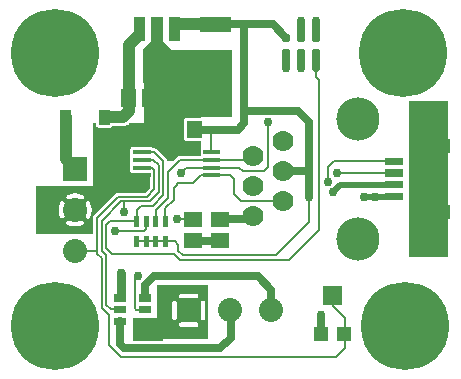
<source format=gbr>
G04 start of page 2 for group 0 idx 0 *
G04 Title: (unknown), top *
G04 Creator: pcb 20140316 *
G04 CreationDate: Fri 27 Apr 2018 02:04:58 AM GMT UTC *
G04 For: petersen *
G04 Format: Gerber/RS-274X *
G04 PCB-Dimensions (mil): 1500.00 1250.00 *
G04 PCB-Coordinate-Origin: lower left *
%MOIN*%
%FSLAX25Y25*%
%LNTOP*%
%ADD38C,0.0390*%
%ADD37C,0.0472*%
%ADD36C,0.1280*%
%ADD35C,0.1285*%
%ADD34C,0.0150*%
%ADD33C,0.0140*%
%ADD32R,0.0472X0.0472*%
%ADD31R,0.0236X0.0236*%
%ADD30R,0.0630X0.0630*%
%ADD29R,0.0470X0.0470*%
%ADD28R,0.0240X0.0240*%
%ADD27R,0.0130X0.0130*%
%ADD26R,0.0167X0.0167*%
%ADD25C,0.0310*%
%ADD24R,0.0945X0.0945*%
%ADD23R,0.0378X0.0378*%
%ADD22R,0.0360X0.0360*%
%ADD21R,0.0512X0.0512*%
%ADD20C,0.0800*%
%ADD19C,0.1440*%
%ADD18C,0.0700*%
%ADD17C,0.2937*%
%ADD16C,0.0200*%
%ADD15C,0.0300*%
%ADD14C,0.0250*%
%ADD13C,0.0080*%
%ADD12C,0.0400*%
%ADD11C,0.0001*%
G54D11*G36*
X28166Y63500D02*X34500D01*
Y58480D01*
X30049Y54029D01*
X30007Y53993D01*
X29864Y53825D01*
X29749Y53638D01*
X29664Y53434D01*
X29613Y53220D01*
X29596Y53000D01*
X29600Y52945D01*
Y47500D01*
X28166D01*
Y52810D01*
X28251Y52846D01*
X28352Y52908D01*
X28442Y52984D01*
X28518Y53074D01*
X28578Y53176D01*
X28795Y53645D01*
X28962Y54134D01*
X29082Y54637D01*
X29155Y55149D01*
X29179Y55665D01*
X29155Y56181D01*
X29082Y56693D01*
X28962Y57196D01*
X28795Y57685D01*
X28583Y58157D01*
X28522Y58258D01*
X28445Y58349D01*
X28355Y58426D01*
X28253Y58488D01*
X28166Y58525D01*
Y63500D01*
G37*
G36*
X23675D02*X28166D01*
Y58525D01*
X28144Y58534D01*
X28028Y58562D01*
X27910Y58571D01*
X27792Y58562D01*
X27676Y58535D01*
X27566Y58489D01*
X27465Y58427D01*
X27375Y58351D01*
X27297Y58260D01*
X27235Y58159D01*
X27189Y58050D01*
X27162Y57934D01*
X27152Y57816D01*
X27161Y57697D01*
X27189Y57582D01*
X27236Y57473D01*
X27394Y57133D01*
X27515Y56777D01*
X27603Y56412D01*
X27655Y56040D01*
X27673Y55665D01*
X27655Y55290D01*
X27603Y54918D01*
X27515Y54553D01*
X27394Y54197D01*
X27240Y53855D01*
X27193Y53747D01*
X27166Y53632D01*
X27156Y53514D01*
X27166Y53397D01*
X27194Y53282D01*
X27239Y53173D01*
X27301Y53072D01*
X27378Y52983D01*
X27468Y52906D01*
X27568Y52845D01*
X27677Y52800D01*
X27792Y52772D01*
X27910Y52763D01*
X28028Y52773D01*
X28142Y52800D01*
X28166Y52810D01*
Y47500D01*
X23675D01*
Y50159D01*
X24189Y50183D01*
X24701Y50256D01*
X25204Y50376D01*
X25693Y50543D01*
X26165Y50755D01*
X26266Y50816D01*
X26357Y50893D01*
X26434Y50983D01*
X26496Y51085D01*
X26542Y51194D01*
X26570Y51310D01*
X26579Y51428D01*
X26570Y51546D01*
X26543Y51662D01*
X26497Y51772D01*
X26435Y51873D01*
X26359Y51963D01*
X26268Y52041D01*
X26167Y52103D01*
X26058Y52149D01*
X25942Y52176D01*
X25824Y52186D01*
X25705Y52177D01*
X25590Y52149D01*
X25481Y52102D01*
X25141Y51944D01*
X24785Y51823D01*
X24420Y51735D01*
X24048Y51683D01*
X23675Y51665D01*
Y59665D01*
X24048Y59647D01*
X24420Y59595D01*
X24785Y59507D01*
X25141Y59386D01*
X25483Y59232D01*
X25591Y59185D01*
X25706Y59158D01*
X25824Y59148D01*
X25941Y59158D01*
X26056Y59186D01*
X26165Y59231D01*
X26266Y59293D01*
X26355Y59370D01*
X26432Y59460D01*
X26493Y59560D01*
X26538Y59669D01*
X26566Y59784D01*
X26575Y59902D01*
X26565Y60020D01*
X26538Y60134D01*
X26492Y60243D01*
X26430Y60344D01*
X26354Y60434D01*
X26264Y60510D01*
X26162Y60570D01*
X25693Y60787D01*
X25204Y60954D01*
X24701Y61074D01*
X24189Y61147D01*
X23675Y61171D01*
Y63500D01*
G37*
G36*
X19180D02*X23675D01*
Y61171D01*
X23673Y61171D01*
X23157Y61147D01*
X22645Y61074D01*
X22142Y60954D01*
X21653Y60787D01*
X21181Y60575D01*
X21080Y60514D01*
X20989Y60437D01*
X20912Y60347D01*
X20850Y60245D01*
X20804Y60136D01*
X20776Y60020D01*
X20767Y59902D01*
X20776Y59784D01*
X20803Y59668D01*
X20849Y59558D01*
X20911Y59457D01*
X20987Y59367D01*
X21078Y59289D01*
X21179Y59227D01*
X21288Y59181D01*
X21404Y59154D01*
X21522Y59144D01*
X21641Y59153D01*
X21756Y59181D01*
X21865Y59228D01*
X22205Y59386D01*
X22561Y59507D01*
X22926Y59595D01*
X23298Y59647D01*
X23673Y59665D01*
X23675Y59665D01*
Y51665D01*
X23673Y51665D01*
X23298Y51683D01*
X22926Y51735D01*
X22561Y51823D01*
X22205Y51944D01*
X21863Y52098D01*
X21755Y52145D01*
X21640Y52172D01*
X21522Y52182D01*
X21405Y52172D01*
X21290Y52144D01*
X21181Y52099D01*
X21080Y52037D01*
X20991Y51960D01*
X20914Y51870D01*
X20853Y51770D01*
X20808Y51661D01*
X20780Y51546D01*
X20771Y51428D01*
X20781Y51310D01*
X20808Y51196D01*
X20854Y51087D01*
X20916Y50986D01*
X20992Y50896D01*
X21082Y50820D01*
X21184Y50760D01*
X21653Y50543D01*
X22142Y50376D01*
X22645Y50256D01*
X23157Y50183D01*
X23673Y50159D01*
X23675Y50159D01*
Y47500D01*
X19180D01*
Y52805D01*
X19202Y52796D01*
X19318Y52768D01*
X19436Y52759D01*
X19554Y52768D01*
X19670Y52795D01*
X19780Y52841D01*
X19881Y52903D01*
X19971Y52979D01*
X20049Y53070D01*
X20111Y53171D01*
X20157Y53280D01*
X20184Y53396D01*
X20194Y53514D01*
X20185Y53633D01*
X20157Y53748D01*
X20110Y53857D01*
X19952Y54197D01*
X19831Y54553D01*
X19743Y54918D01*
X19691Y55290D01*
X19673Y55665D01*
X19691Y56040D01*
X19743Y56412D01*
X19831Y56777D01*
X19952Y57133D01*
X20106Y57475D01*
X20153Y57583D01*
X20180Y57698D01*
X20190Y57816D01*
X20180Y57933D01*
X20152Y58048D01*
X20107Y58157D01*
X20045Y58258D01*
X19968Y58347D01*
X19878Y58424D01*
X19778Y58485D01*
X19669Y58530D01*
X19554Y58558D01*
X19436Y58567D01*
X19318Y58557D01*
X19204Y58530D01*
X19180Y58520D01*
Y63500D01*
G37*
G36*
X10500D02*X19180D01*
Y58520D01*
X19095Y58484D01*
X18994Y58422D01*
X18904Y58346D01*
X18828Y58256D01*
X18768Y58154D01*
X18551Y57685D01*
X18384Y57196D01*
X18264Y56693D01*
X18191Y56181D01*
X18167Y55665D01*
X18191Y55149D01*
X18264Y54637D01*
X18384Y54134D01*
X18551Y53645D01*
X18763Y53173D01*
X18824Y53072D01*
X18901Y52981D01*
X18991Y52904D01*
X19093Y52842D01*
X19180Y52805D01*
Y47500D01*
X10500D01*
Y63500D01*
G37*
G36*
X43000Y19500D02*X53000D01*
Y12000D01*
X43000D01*
Y19500D01*
G37*
G36*
X48118Y106838D02*X48119Y104127D01*
X48156Y103974D01*
X48216Y103829D01*
X48298Y103694D01*
X48401Y103575D01*
X48520Y103472D01*
X48655Y103390D01*
X48800Y103330D01*
X48953Y103293D01*
X49110Y103284D01*
X53047Y103293D01*
X53200Y103330D01*
X53345Y103390D01*
X53480Y103472D01*
X53599Y103575D01*
X53702Y103694D01*
X53784Y103829D01*
X53844Y103974D01*
X53881Y104127D01*
X53890Y104284D01*
X53887Y109000D01*
X76000D01*
Y98000D01*
X46500D01*
Y107534D01*
X47105Y106934D01*
X47240Y106851D01*
X47385Y106791D01*
X47538Y106754D01*
X47695Y106742D01*
X47852Y106754D01*
X48005Y106791D01*
X48118Y106838D01*
G37*
G36*
X41833Y75488D02*X41844Y74016D01*
X41884Y73848D01*
X41950Y73688D01*
X42029Y73558D01*
X41950Y73429D01*
X41884Y73269D01*
X41844Y73101D01*
X41833Y72929D01*
X41844Y71457D01*
X41884Y71289D01*
X41950Y71129D01*
X42029Y71000D01*
X41950Y70871D01*
X41884Y70711D01*
X41844Y70543D01*
X41833Y70371D01*
X41844Y68899D01*
X41884Y68731D01*
X41950Y68571D01*
X42041Y68423D01*
X42153Y68291D01*
X42285Y68179D01*
X42433Y68088D01*
X42593Y68022D01*
X42761Y67982D01*
X42933Y67972D01*
X48600Y67981D01*
Y63080D01*
X46920Y61400D01*
X40500D01*
X40500Y61400D01*
X38055D01*
X38000Y61404D01*
X37780Y61387D01*
X37566Y61336D01*
X37362Y61251D01*
X37175Y61136D01*
X37174Y61136D01*
X37007Y60993D01*
X36971Y60951D01*
X30049Y54029D01*
X30007Y53993D01*
X29864Y53825D01*
X29749Y53638D01*
X29664Y53434D01*
X29613Y53220D01*
X29596Y53000D01*
X29600Y52945D01*
Y47500D01*
X29500D01*
Y84500D01*
X30608D01*
X30609Y83943D01*
X30646Y83790D01*
X30706Y83645D01*
X30788Y83510D01*
X30891Y83391D01*
X31010Y83288D01*
X31145Y83206D01*
X31290Y83146D01*
X31443Y83109D01*
X31600Y83100D01*
X35357Y83109D01*
X35510Y83146D01*
X35655Y83206D01*
X35790Y83288D01*
X35909Y83391D01*
X36003Y83500D01*
X39382D01*
X39500Y83491D01*
X39970Y83528D01*
X39971Y83528D01*
X40430Y83638D01*
X40866Y83819D01*
X41269Y84065D01*
X41628Y84372D01*
X41705Y84462D01*
X41743Y84500D01*
X51500D01*
Y75318D01*
X51029Y75789D01*
X50993Y75831D01*
X50825Y75974D01*
X50638Y76089D01*
X50434Y76174D01*
X50220Y76225D01*
X50000Y76242D01*
X49945Y76238D01*
X49644D01*
X49619Y76268D01*
X49487Y76380D01*
X49339Y76471D01*
X49179Y76537D01*
X49011Y76577D01*
X48838Y76588D01*
X42761Y76577D01*
X42593Y76537D01*
X42433Y76471D01*
X42285Y76380D01*
X42153Y76268D01*
X42041Y76136D01*
X41950Y75988D01*
X41884Y75828D01*
X41844Y75660D01*
X41833Y75488D01*
G37*
G36*
X56520Y72000D02*X54392D01*
X54387Y72058D01*
X54336Y72272D01*
X54251Y72476D01*
X54136Y72663D01*
X54136Y72664D01*
X53993Y72831D01*
X53951Y72867D01*
X51029Y75789D01*
X50993Y75831D01*
X50825Y75974D01*
X50638Y76089D01*
X50434Y76174D01*
X50220Y76225D01*
X50000Y76242D01*
X49945Y76238D01*
X49644D01*
X49619Y76268D01*
X49487Y76380D01*
X49339Y76471D01*
X49179Y76537D01*
X49011Y76577D01*
X48838Y76588D01*
X46500Y76584D01*
Y89500D01*
X65500D01*
Y86451D01*
X60827Y86443D01*
X60674Y86406D01*
X60529Y86346D01*
X60394Y86264D01*
X60275Y86161D01*
X60172Y86042D01*
X60090Y85907D01*
X60030Y85762D01*
X59993Y85609D01*
X59984Y85452D01*
X59993Y79391D01*
X60030Y79238D01*
X60090Y79093D01*
X60172Y78958D01*
X60275Y78839D01*
X60394Y78736D01*
X60529Y78654D01*
X60674Y78594D01*
X60827Y78557D01*
X60984Y78548D01*
X65500Y78556D01*
Y73679D01*
X58834D01*
X58779Y73683D01*
X58559Y73666D01*
X58345Y73615D01*
X58141Y73530D01*
X57954Y73415D01*
X57953Y73415D01*
X57786Y73272D01*
X57750Y73230D01*
X56520Y72000D01*
G37*
G36*
X46500Y97500D02*X76000D01*
Y86500D01*
X46500D01*
Y97500D01*
G37*
G36*
Y99500D02*X76000D01*
Y88500D01*
X46500D01*
Y99500D01*
G37*
G36*
X66305Y30500D02*X68000D01*
Y12500D01*
X66305D01*
Y18921D01*
X66423Y18930D01*
X66537Y18958D01*
X66647Y19003D01*
X66747Y19064D01*
X66837Y19141D01*
X66914Y19231D01*
X66975Y19331D01*
X67020Y19441D01*
X67048Y19555D01*
X67055Y19673D01*
Y24673D01*
X67048Y24791D01*
X67020Y24905D01*
X66975Y25015D01*
X66914Y25115D01*
X66837Y25205D01*
X66747Y25282D01*
X66647Y25343D01*
X66537Y25388D01*
X66423Y25416D01*
X66305Y25425D01*
Y30500D01*
G37*
G36*
X61555D02*X66305D01*
Y25425D01*
X66187Y25416D01*
X66073Y25388D01*
X65963Y25343D01*
X65863Y25282D01*
X65773Y25205D01*
X65696Y25115D01*
X65635Y25015D01*
X65590Y24905D01*
X65562Y24791D01*
X65555Y24673D01*
Y19673D01*
X65562Y19555D01*
X65590Y19441D01*
X65635Y19331D01*
X65696Y19231D01*
X65773Y19141D01*
X65863Y19064D01*
X65963Y19003D01*
X66073Y18958D01*
X66187Y18930D01*
X66305Y18921D01*
Y12500D01*
X61555D01*
Y16673D01*
X64055D01*
X64173Y16680D01*
X64287Y16708D01*
X64397Y16753D01*
X64497Y16814D01*
X64587Y16891D01*
X64664Y16981D01*
X64725Y17081D01*
X64770Y17191D01*
X64798Y17305D01*
X64807Y17423D01*
X64798Y17541D01*
X64770Y17655D01*
X64725Y17765D01*
X64664Y17865D01*
X64587Y17955D01*
X64497Y18032D01*
X64397Y18093D01*
X64287Y18138D01*
X64173Y18166D01*
X64055Y18173D01*
X61555D01*
Y26173D01*
X64055D01*
X64173Y26180D01*
X64287Y26208D01*
X64397Y26253D01*
X64497Y26314D01*
X64587Y26391D01*
X64664Y26481D01*
X64725Y26581D01*
X64770Y26691D01*
X64798Y26805D01*
X64807Y26923D01*
X64798Y27041D01*
X64770Y27155D01*
X64725Y27265D01*
X64664Y27365D01*
X64587Y27455D01*
X64497Y27532D01*
X64397Y27593D01*
X64287Y27638D01*
X64173Y27666D01*
X64055Y27673D01*
X61555D01*
Y30500D01*
G37*
G36*
X56805D02*X61555D01*
Y27673D01*
X59055D01*
X58937Y27666D01*
X58823Y27638D01*
X58713Y27593D01*
X58613Y27532D01*
X58523Y27455D01*
X58446Y27365D01*
X58385Y27265D01*
X58340Y27155D01*
X58312Y27041D01*
X58303Y26923D01*
X58312Y26805D01*
X58340Y26691D01*
X58385Y26581D01*
X58446Y26481D01*
X58523Y26391D01*
X58613Y26314D01*
X58713Y26253D01*
X58823Y26208D01*
X58937Y26180D01*
X59055Y26173D01*
X61555D01*
Y18173D01*
X59055D01*
X58937Y18166D01*
X58823Y18138D01*
X58713Y18093D01*
X58613Y18032D01*
X58523Y17955D01*
X58446Y17865D01*
X58385Y17765D01*
X58340Y17655D01*
X58312Y17541D01*
X58303Y17423D01*
X58312Y17305D01*
X58340Y17191D01*
X58385Y17081D01*
X58446Y16981D01*
X58523Y16891D01*
X58613Y16814D01*
X58713Y16753D01*
X58823Y16708D01*
X58937Y16680D01*
X59055Y16673D01*
X61555D01*
Y12500D01*
X56805D01*
Y18921D01*
X56923Y18930D01*
X57037Y18958D01*
X57147Y19003D01*
X57247Y19064D01*
X57337Y19141D01*
X57414Y19231D01*
X57475Y19331D01*
X57520Y19441D01*
X57548Y19555D01*
X57555Y19673D01*
Y24673D01*
X57548Y24791D01*
X57520Y24905D01*
X57475Y25015D01*
X57414Y25115D01*
X57337Y25205D01*
X57247Y25282D01*
X57147Y25343D01*
X57037Y25388D01*
X56923Y25416D01*
X56805Y25425D01*
Y30500D01*
G37*
G36*
X51000Y12500D02*Y30500D01*
X56805D01*
Y25425D01*
X56687Y25416D01*
X56573Y25388D01*
X56463Y25343D01*
X56363Y25282D01*
X56273Y25205D01*
X56196Y25115D01*
X56135Y25015D01*
X56090Y24905D01*
X56062Y24791D01*
X56055Y24673D01*
Y19673D01*
X56062Y19555D01*
X56090Y19441D01*
X56135Y19331D01*
X56196Y19231D01*
X56273Y19141D01*
X56363Y19064D01*
X56463Y19003D01*
X56573Y18958D01*
X56687Y18930D01*
X56805Y18921D01*
Y12500D01*
X51000D01*
G37*
G36*
X148000Y92000D02*Y40000D01*
X135000D01*
Y92000D01*
X148000D01*
G37*
G54D12*X20500Y86500D02*Y72500D01*
X23500Y69500D01*
X33500Y86500D02*X39500D01*
X41500Y88500D01*
G54D13*X45886Y69721D02*X49279D01*
X45886Y72279D02*X49721D01*
X51500Y70500D01*
X45886Y74838D02*X49662D01*
X50000D02*X48500D01*
X53000Y71838D02*X50000Y74838D01*
G54D14*X38500Y18500D02*Y11000D01*
X40000Y9500D01*
X72000D01*
X75500Y13000D01*
Y22008D01*
X75335Y22173D01*
G54D13*X47000Y22400D02*X44100D01*
X43500Y23000D01*
X35000Y20500D02*Y10500D01*
X39000Y6500D01*
X49279Y69721D02*X50000Y69000D01*
Y62500D01*
X51500Y70500D02*Y61500D01*
X53000Y60500D02*Y71838D01*
X54750Y59750D02*Y68250D01*
X50000Y62500D02*X47500Y60000D01*
X39500D01*
X48500Y58500D02*X40000D01*
X41000D02*X39000D01*
X40500Y60000D02*X38000D01*
X40000Y55000D02*Y58500D01*
X44276Y55776D02*X45500Y57000D01*
X49500D01*
X50575Y51848D02*Y55575D01*
X53724Y51848D02*Y56224D01*
X51500Y61500D02*X48500Y58500D01*
X49500Y57000D02*X53000Y60500D01*
X50575Y55575D02*X54750Y59750D01*
X53724Y56224D02*X56500Y59000D01*
Y63000D01*
X58000Y64500D01*
X57250Y63750D01*
X44276Y45152D02*X53724D01*
X53652D02*X56848D01*
X58000Y44000D01*
Y42000D01*
X56500Y41000D02*X58500Y39000D01*
X36000Y41000D02*X54500D01*
X53500D02*X56500D01*
X23787Y42000D02*X23673Y41886D01*
X32500Y52000D02*Y42000D01*
X31000Y53000D02*Y44500D01*
X23787Y42000D02*X23673Y41886D01*
X31000Y46500D02*Y41000D01*
X23787Y42000D02*X31000D01*
X34000Y40500D02*X32500Y42000D01*
X33500Y41000D01*
X39000Y58500D02*X32500Y52000D01*
X38000Y60000D02*X31000Y53000D01*
X46500Y48500D02*X37000D01*
X44276Y51848D02*Y55776D01*
X31000Y41000D02*X32500Y39500D01*
X38700Y22500D02*X38800Y22400D01*
X34000Y24000D02*X35500Y22500D01*
X38700D01*
X43500Y23000D02*Y28000D01*
Y26500D02*Y30500D01*
G54D14*X47000Y26300D02*Y30500D01*
X50000Y33500D01*
G54D13*X43500Y29000D02*Y32500D01*
X44500Y33500D01*
X47425Y51848D02*Y49425D01*
X46500Y48500D01*
X44276Y51848D02*X35348D01*
X34000Y50500D01*
Y43000D01*
X36000Y41000D01*
X34000Y38000D02*Y24000D01*
Y37000D02*Y40500D01*
G54D15*X39000Y34500D02*Y26500D01*
G54D13*X32500Y39500D02*Y23000D01*
X35000Y20500D01*
G54D12*X41500Y88500D02*Y110500D01*
X45000Y114000D01*
X70500Y117500D02*X57000D01*
G54D14*X77500D02*X70595D01*
X70500Y117405D01*
X104000Y113000D02*Y118500D01*
X99000Y113000D02*Y118500D01*
X94000Y113000D02*X89500Y117500D01*
X74500D01*
X80000Y84500D02*Y117500D01*
X99000Y108000D02*Y103000D01*
X94000Y108000D02*Y103000D01*
X104000Y108000D02*Y103000D01*
G54D13*X105000Y99000D02*X104000Y100000D01*
Y105000D01*
X69114Y74838D02*Y82071D01*
Y72279D02*X81779D01*
X63721Y69721D02*X78279D01*
X79500Y68500D01*
X65000Y69721D02*X60721D01*
X69500Y67162D02*X75338D01*
X76500Y66000D01*
X68721Y72279D02*X64779D01*
G54D14*X62500Y82457D02*X77957D01*
X80000Y84500D01*
G54D13*X69114Y82071D02*X69500Y82457D01*
Y72279D02*X59279D01*
X58779D02*X62000D01*
X54750Y68250D02*X58779Y72279D01*
X60721Y69721D02*X59000Y68000D01*
X63000Y64500D02*X58000D01*
X81779Y72279D02*X83000Y73500D01*
X79500Y68500D02*X86500D01*
X88000Y70000D01*
X69114Y67162D02*X65662D01*
X63000Y64500D01*
G54D14*X72000Y52543D02*X82043D01*
X63000Y45457D02*X72000D01*
G54D13*X62957Y52500D02*X63000Y52543D01*
X59500Y40500D02*X90500D01*
X58500Y39000D02*X95000D01*
G54D14*X50000Y33500D02*X84500D01*
X82043Y52543D02*X83000Y53500D01*
G54D13*X76500Y66000D02*Y61000D01*
X77250Y60250D01*
X57500Y52500D02*X62957D01*
X58000Y42000D02*X59500Y40500D01*
G54D14*X80000Y88500D02*X98000D01*
X101500Y85000D01*
Y60000D01*
G54D13*X88000Y70000D02*Y85000D01*
X105000Y49000D02*Y99000D01*
G54D14*X101500Y68500D02*X93000D01*
G54D13*Y58500D02*X79000D01*
X76500Y61000D01*
X95652Y45652D02*X101500Y51500D01*
Y60000D01*
X97000Y41000D02*X105000Y49000D01*
X90500Y40500D02*X96750Y46750D01*
X95000Y39000D02*X98250Y42250D01*
G54D14*X84500Y33500D02*X89000Y29000D01*
X89114Y22173D02*Y28886D01*
X86500Y31500D01*
G54D13*X109501Y27250D02*Y23500D01*
X113500Y19500D01*
Y14549D01*
X113401Y14450D01*
G54D14*X105599D02*Y20401D01*
X105500Y20500D01*
G54D13*X39000Y6500D02*X110500D01*
X113500Y9500D01*
Y14500D01*
X111000Y68000D02*X130000D01*
X108000Y65000D02*Y70000D01*
X109906Y71906D01*
X130000D01*
G54D16*X109500Y61500D02*X112031Y64031D01*
X130000D01*
Y60094D02*X120000D01*
G54D17*X133500Y17000D03*
G54D18*X83000Y53500D03*
G54D19*X118000Y46000D03*
G54D11*G36*
X57555Y26173D02*Y18173D01*
X65555D01*
Y26173D01*
X57555D01*
G37*
G54D20*X75335Y22173D03*
X89114D03*
G54D17*X133000Y108000D03*
G54D19*X118000Y86000D03*
G54D17*X17000Y17000D03*
Y108000D03*
G54D11*G36*
X19673Y73445D02*Y65445D01*
X27673D01*
Y73445D01*
X19673D01*
G37*
G54D20*X23673Y55665D03*
Y41886D03*
G54D18*X93000Y58500D03*
X83000Y63500D03*
Y73500D03*
X93000Y68500D03*
Y78500D03*
G54D21*X63543Y82893D02*Y82107D01*
X67745Y117405D02*X73255D01*
X67745Y105595D02*X73255D01*
X56457Y82893D02*Y82107D01*
G54D22*X20500Y87100D02*Y85900D01*
X33400Y87100D02*Y85900D01*
G54D21*X41457Y93393D02*Y92607D01*
X48543Y93393D02*Y92607D01*
G54D23*X56906Y117984D02*Y113890D01*
X51000Y117984D02*Y106174D01*
G54D24*Y104440D02*Y102550D01*
G54D11*G36*
X52885Y112005D02*X55725Y109165D01*
X54305Y107745D01*
X51465Y110585D01*
X52885Y112005D01*
G37*
G36*
X46275Y109165D02*X49115Y112005D01*
X50535Y110585D01*
X47695Y107745D01*
X46275Y109165D01*
G37*
G54D23*X45094Y117984D02*Y113890D01*
G54D25*X94000Y108000D03*
X99000D03*
X104000D03*
X94000Y113000D03*
X99000D03*
X104000D03*
G54D26*X47425Y52783D02*Y50913D01*
X44276Y52783D02*Y50913D01*
Y46087D02*Y44217D01*
X47425Y46087D02*Y44217D01*
X50575Y46087D02*Y44217D01*
X53724Y52783D02*Y50913D01*
X50575Y52783D02*Y50913D01*
G54D21*X62607Y52543D02*X63393D01*
X71607D02*X72393D01*
G54D26*X53724Y46087D02*Y44217D01*
G54D21*X62607Y45457D02*X63393D01*
X71607D02*X72393D01*
G54D27*X43583Y74838D02*X48189D01*
X43583Y72279D02*X48189D01*
X43583Y69721D02*X48189D01*
X43583Y67162D02*X48189D01*
X66811D02*X71417D01*
X66811Y69721D02*X71417D01*
X66811Y72279D02*X71417D01*
X66811Y74838D02*X71417D01*
G54D28*X46200Y18500D02*X47800D01*
X46200Y22400D02*X47800D01*
X46200Y26300D02*X47800D01*
X38000D02*X39600D01*
X38000Y22400D02*X39600D01*
X38000Y18500D02*X39600D01*
G54D29*X105599Y14450D02*X105600D01*
X113400D02*X113401D01*
G54D30*X109500Y27250D02*X109501D01*
G54D31*X128130Y60094D02*X131870D01*
X128130Y64031D02*X131870D01*
X128130Y67969D02*X131870D01*
X128130Y71906D02*X131870D01*
G54D32*X144075Y54976D02*X146437D01*
X144075Y77024D02*X146437D01*
G54D15*X104000Y118500D03*
X99000Y103000D03*
X94000D03*
X99000Y118500D03*
X66500Y98500D03*
Y94500D03*
X88000Y85000D03*
X58500Y106500D03*
Y102500D03*
Y98500D03*
X62500D03*
Y94500D03*
X58500D03*
X54500D03*
Y90500D03*
X54000Y18500D03*
Y22500D03*
Y26500D03*
X59000Y68000D03*
X40000Y55000D03*
X57500Y52500D03*
X39000Y34500D03*
X44500Y33500D03*
X37000Y48500D03*
X39000Y30500D03*
X105500Y20500D03*
X111000Y68000D03*
X108000Y65000D03*
X101500Y60000D03*
X109500Y61500D03*
X120000Y60094D03*
X123500D03*
G54D33*G54D34*G54D33*G54D34*G54D33*G54D34*G54D35*G54D15*G54D36*G54D37*G54D35*G54D38*G54D36*G54D35*G54D37*G54D15*M02*

</source>
